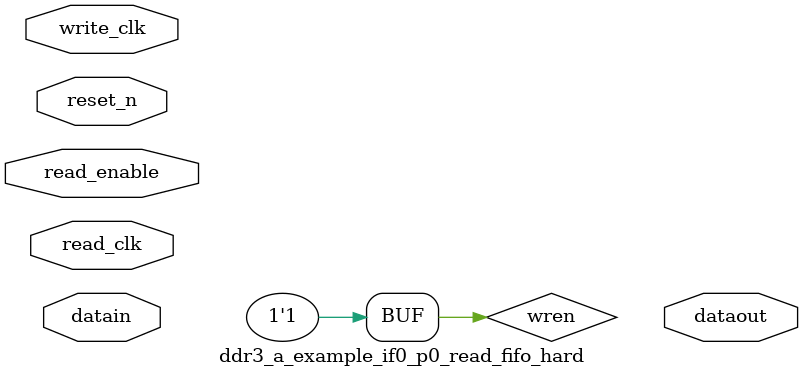
<source format=v>



`timescale 1 ps / 1 ps

module ddr3_a_example_if0_p0_read_fifo_hard(
	write_clk,
	read_clk,
	read_enable,
	reset_n,
	datain,
	dataout
);

// ******************************************************************************************************************************** 
// BEGIN PARAMETER SECTION
// All parameters default to "" will have their values passed in from higher level wrapper with the controller and driver 

parameter DQ_GROUP_WIDTH = "";

localparam RATE_MULT = 2;


// END PARAMETER SECTION
// ******************************************************************************************************************************** 

input	write_clk;
input	read_clk;
input	read_enable;
input	reset_n;
input	[DQ_GROUP_WIDTH*2-1:0] datain;
output	[RATE_MULT*DQ_GROUP_WIDTH*2-1:0] dataout;


// ******************************************************************************************************************************** 
// Instantiate write-enable circuitry inside the DQS logic block
// ******************************************************************************************************************************** 

// The read_clk is expected to be a strobe that only toggles when there
// is valid data, so wren is tied to 1
wire wren = 1'b1;
	

// ******************************************************************************************************************************** 
// Instantiate read-enable circuitry inside the DQS logic block
// ******************************************************************************************************************************** 
wire read_enable_tmp;
wire plus2_tmp;
stratixv_read_fifo_read_enable fifo_read_enable (
	.re(read_enable),
	.rclk(),
	.plus2(1'b0), 
	.areset(),
	.reout (read_enable_tmp),
	.plus2out (plus2_tmp)
);
defparam fifo_read_enable.use_stalled_read_enable = "false";

// ******************************************************************************************************************************** 
// Instantiate hard read-fifo. 
// ******************************************************************************************************************************** 
generate
genvar dq_count;
	for (dq_count=0; dq_count<DQ_GROUP_WIDTH; dq_count=dq_count+1)
	begin:read_fifos
		// The datain bus is the read data for the current DQS group
		// coming out of the DDIO. Its width is 2x of each DQS group on the
		// memory interface. The bus is ordered by time slot:
		//
		// D0_T1, D0_T0
		//
		// The dataout bus is the read data going out of the FIFO. In FR, it has
		// the same width as datain. In HR, it 2x the datain width. The bus is
		// ordered by time slot.
		//
		// FR: D0_T1, D0_T0
		// HR: D0_T3, D0_T2, D0_T1, D0_T0
		stratixv_read_fifo fifo (
			.wclk(write_clk),
			.we(wren),
			.rclk(read_clk),
			.re(read_enable_tmp),
			.areset(~reset_n),
			.plus2(plus2_tmp),
			.datain({datain[dq_count], datain[dq_count + DQ_GROUP_WIDTH]}),
			.dataout({
					dataout[dq_count + (DQ_GROUP_WIDTH * 0)],
					dataout[dq_count + (DQ_GROUP_WIDTH * 1)],
					dataout[dq_count + (DQ_GROUP_WIDTH * 2)],
					dataout[dq_count + (DQ_GROUP_WIDTH * 3)]
								})
		);
		defparam fifo.use_half_rate_read = "true";
		defparam fifo.sim_wclk_pre_delay = 100;
	end
endgenerate

endmodule

</source>
